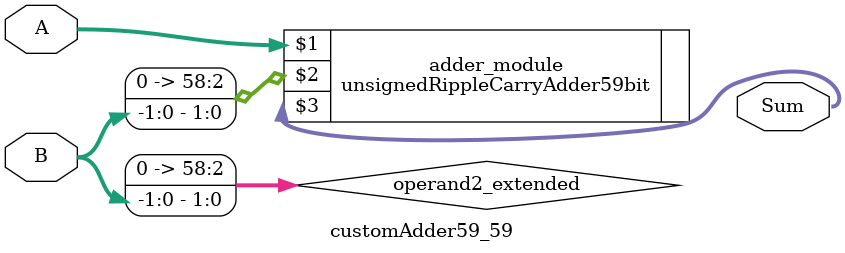
<source format=v>
module customAdder59_59(
                        input [58 : 0] A,
                        input [-1 : 0] B,
                        
                        output [59 : 0] Sum
                );

        wire [58 : 0] operand2_extended;
        
        assign operand2_extended =  {59'b0, B};
        
        unsignedRippleCarryAdder59bit adder_module(
            A,
            operand2_extended,
            Sum
        );
        
        endmodule
        
</source>
